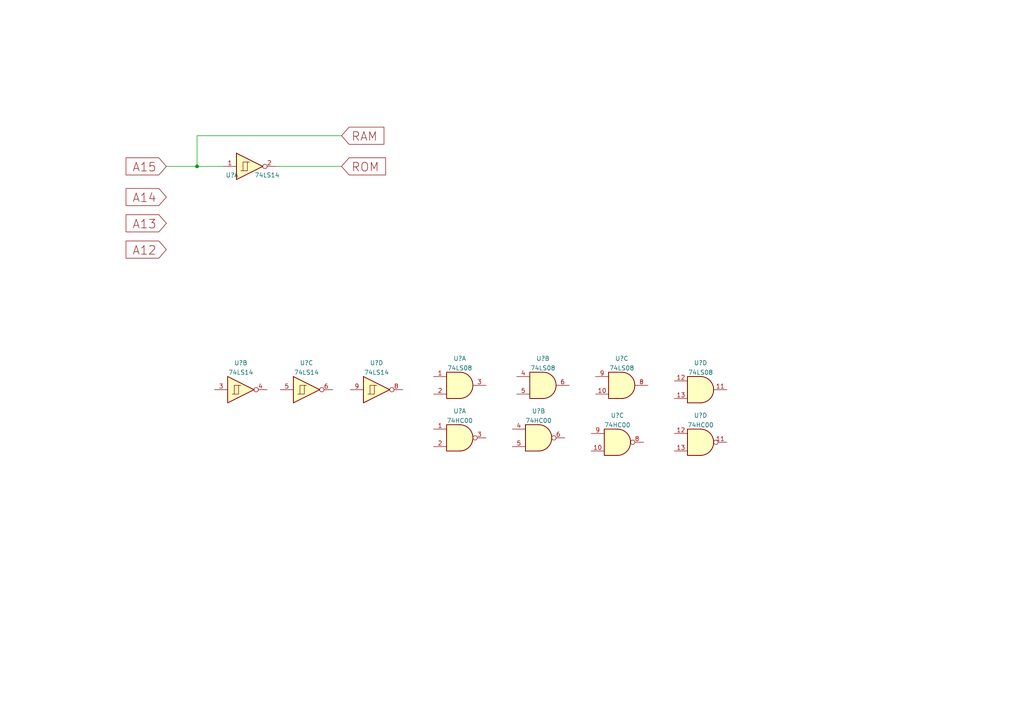
<source format=kicad_sch>
(kicad_sch (version 20211123) (generator eeschema)
  (paper "A4")
  (lib_symbols
    (symbol "74xx:74HC00" (pin_names (offset 1.016))
      (property "Reference" "U" (at 0 1.27 0))
      (property "Value" "74HC00" (at 0 -1.27 0))
      (symbol "74HC00_1_1"
        (arc (start 0 -3.81) (mid 3.81 0) (end 0 3.81) (stroke (width 0.254)) (fill (type background)))
        (polyline (pts (xy 0 3.81) (xy -3.81 3.81) (xy -3.81 -3.81) (xy 0 -3.81)) (stroke (width 0.254)) (fill (type background)))
        (pin input line (at -7.62 2.54 0) (length 3.81) (name "~") (number "1"))
        (pin input line (at -7.62 -2.54 0) (length 3.81) (name "~") (number "2"))
        (pin output inverted (at 7.62 0 180) (length 3.81) (name "~") (number "3"))
      )
      (symbol "74HC00_1_2"
        (arc (start -3.81 -3.81) (mid -2.589 0) (end -3.81 3.81) (stroke (width 0.254)))
        (arc (start -0.6096 -3.81) (mid 2.1855 -2.584) (end 3.81 0) (stroke (width 0.254)) (fill (type background)))
        (polyline (pts (xy -3.81 -3.81) (xy -0.635 -3.81)) (stroke (width 0.254)) (fill (type background)))
        (polyline (pts (xy -3.81 3.81) (xy -0.635 3.81)) (stroke (width 0.254)) (fill (type background)))
        (polyline (pts (xy -0.635 3.81) (xy -3.81 3.81) (xy -3.81 3.81) (xy -3.556 3.4036) (xy -3.0226 2.2606) (xy -2.6924 1.0414) (xy -2.6162 -0.254) (xy -2.7686 -1.4986) (xy -3.175 -2.7178) (xy -3.81 -3.81) (xy -3.81 -3.81) (xy -0.635 -3.81)) (stroke (width -25.4)) (fill (type background)))
        (arc (start 3.81 0) (mid 2.1928 2.5925) (end -0.6096 3.81) (stroke (width 0.254)) (fill (type background)))
        (pin input inverted (at -7.62 2.54 0) (length 4.318) (name "~") (number "1"))
        (pin input inverted (at -7.62 -2.54 0) (length 4.318) (name "~") (number "2"))
        (pin output line (at 7.62 0 180) (length 3.81) (name "~") (number "3"))
      )
      (symbol "74HC00_2_1"
        (arc (start 0 -3.81) (mid 3.81 0) (end 0 3.81) (stroke (width 0.254)) (fill (type background)))
        (polyline (pts (xy 0 3.81) (xy -3.81 3.81) (xy -3.81 -3.81) (xy 0 -3.81)) (stroke (width 0.254)) (fill (type background)))
        (pin input line (at -7.62 2.54 0) (length 3.81) (name "~") (number "4"))
        (pin input line (at -7.62 -2.54 0) (length 3.81) (name "~") (number "5"))
        (pin output inverted (at 7.62 0 180) (length 3.81) (name "~") (number "6"))
      )
      (symbol "74HC00_2_2"
        (arc (start -3.81 -3.81) (mid -2.589 0) (end -3.81 3.81) (stroke (width 0.254)))
        (arc (start -0.6096 -3.81) (mid 2.1855 -2.584) (end 3.81 0) (stroke (width 0.254)) (fill (type background)))
        (polyline (pts (xy -3.81 -3.81) (xy -0.635 -3.81)) (stroke (width 0.254)) (fill (type background)))
        (polyline (pts (xy -3.81 3.81) (xy -0.635 3.81)) (stroke (width 0.254)) (fill (type background)))
        (polyline (pts (xy -0.635 3.81) (xy -3.81 3.81) (xy -3.81 3.81) (xy -3.556 3.4036) (xy -3.0226 2.2606) (xy -2.6924 1.0414) (xy -2.6162 -0.254) (xy -2.7686 -1.4986) (xy -3.175 -2.7178) (xy -3.81 -3.81) (xy -3.81 -3.81) (xy -0.635 -3.81)) (stroke (width -25.4)) (fill (type background)))
        (arc (start 3.81 0) (mid 2.1928 2.5925) (end -0.6096 3.81) (stroke (width 0.254)) (fill (type background)))
        (pin input inverted (at -7.62 2.54 0) (length 4.318) (name "~") (number "4"))
        (pin input inverted (at -7.62 -2.54 0) (length 4.318) (name "~") (number "5"))
        (pin output line (at 7.62 0 180) (length 3.81) (name "~") (number "6"))
      )
      (symbol "74HC00_3_1"
        (arc (start 0 -3.81) (mid 3.81 0) (end 0 3.81) (stroke (width 0.254)) (fill (type background)))
        (polyline (pts (xy 0 3.81) (xy -3.81 3.81) (xy -3.81 -3.81) (xy 0 -3.81)) (stroke (width 0.254)) (fill (type background)))
        (pin input line (at -7.62 -2.54 0) (length 3.81) (name "~") (number "10"))
        (pin output inverted (at 7.62 0 180) (length 3.81) (name "~") (number "8"))
        (pin input line (at -7.62 2.54 0) (length 3.81) (name "~") (number "9"))
      )
      (symbol "74HC00_3_2"
        (arc (start -3.81 -3.81) (mid -2.589 0) (end -3.81 3.81) (stroke (width 0.254)))
        (arc (start -0.6096 -3.81) (mid 2.1855 -2.584) (end 3.81 0) (stroke (width 0.254)) (fill (type background)))
        (polyline (pts (xy -3.81 -3.81) (xy -0.635 -3.81)) (stroke (width 0.254)) (fill (type background)))
        (polyline (pts (xy -3.81 3.81) (xy -0.635 3.81)) (stroke (width 0.254)) (fill (type background)))
        (polyline (pts (xy -0.635 3.81) (xy -3.81 3.81) (xy -3.81 3.81) (xy -3.556 3.4036) (xy -3.0226 2.2606) (xy -2.6924 1.0414) (xy -2.6162 -0.254) (xy -2.7686 -1.4986) (xy -3.175 -2.7178) (xy -3.81 -3.81) (xy -3.81 -3.81) (xy -0.635 -3.81)) (stroke (width -25.4)) (fill (type background)))
        (arc (start 3.81 0) (mid 2.1928 2.5925) (end -0.6096 3.81) (stroke (width 0.254)) (fill (type background)))
        (pin input inverted (at -7.62 -2.54 0) (length 4.318) (name "~") (number "10"))
        (pin output line (at 7.62 0 180) (length 3.81) (name "~") (number "8"))
        (pin input inverted (at -7.62 2.54 0) (length 4.318) (name "~") (number "9"))
      )
      (symbol "74HC00_4_1"
        (arc (start 0 -3.81) (mid 3.81 0) (end 0 3.81) (stroke (width 0.254)) (fill (type background)))
        (polyline (pts (xy 0 3.81) (xy -3.81 3.81) (xy -3.81 -3.81) (xy 0 -3.81)) (stroke (width 0.254)) (fill (type background)))
        (pin output inverted (at 7.62 0 180) (length 3.81) (name "~") (number "11"))
        (pin input line (at -7.62 2.54 0) (length 3.81) (name "~") (number "12"))
        (pin input line (at -7.62 -2.54 0) (length 3.81) (name "~") (number "13"))
      )
      (symbol "74HC00_4_2"
        (arc (start -3.81 -3.81) (mid -2.589 0) (end -3.81 3.81) (stroke (width 0.254)))
        (arc (start -0.6096 -3.81) (mid 2.1855 -2.584) (end 3.81 0) (stroke (width 0.254)) (fill (type background)))
        (polyline (pts (xy -3.81 -3.81) (xy -0.635 -3.81)) (stroke (width 0.254)) (fill (type background)))
        (polyline (pts (xy -3.81 3.81) (xy -0.635 3.81)) (stroke (width 0.254)) (fill (type background)))
        (polyline (pts (xy -0.635 3.81) (xy -3.81 3.81) (xy -3.81 3.81) (xy -3.556 3.4036) (xy -3.0226 2.2606) (xy -2.6924 1.0414) (xy -2.6162 -0.254) (xy -2.7686 -1.4986) (xy -3.175 -2.7178) (xy -3.81 -3.81) (xy -3.81 -3.81) (xy -0.635 -3.81)) (stroke (width -25.4)) (fill (type background)))
        (arc (start 3.81 0) (mid 2.1928 2.5925) (end -0.6096 3.81) (stroke (width 0.254)) (fill (type background)))
        (pin output line (at 7.62 0 180) (length 3.81) (name "~") (number "11"))
        (pin input inverted (at -7.62 2.54 0) (length 4.318) (name "~") (number "12"))
        (pin input inverted (at -7.62 -2.54 0) (length 4.318) (name "~") (number "13"))
      )
      (symbol "74HC00_5_0"
        (pin power_in line (at 0 12.7 270) (length 5.08) (name "VCC") (number "14"))
        (pin power_in line (at 0 -12.7 90) (length 5.08) (name "GND") (number "7"))
      )
      (symbol "74HC00_5_1"
        (rectangle (start -5.08 7.62) (end 5.08 -7.62) (stroke (width 0.254)) (fill (type background)))
      )
    )
    (symbol "74xx:74LS08" (pin_names (offset 1.016))
      (property "Reference" "U" (at 0 1.27 0))
      (property "Value" "74LS08" (at 0 -1.27 0))
      (symbol "74LS08_1_1"
        (arc (start 0 -3.81) (mid 3.81 0) (end 0 3.81) (stroke (width 0.254)) (fill (type background)))
        (polyline (pts (xy 0 3.81) (xy -3.81 3.81) (xy -3.81 -3.81) (xy 0 -3.81)) (stroke (width 0.254)) (fill (type background)))
        (pin input line (at -7.62 2.54 0) (length 3.81) (name "~") (number "1"))
        (pin input line (at -7.62 -2.54 0) (length 3.81) (name "~") (number "2"))
        (pin output line (at 7.62 0 180) (length 3.81) (name "~") (number "3"))
      )
      (symbol "74LS08_1_2"
        (arc (start -3.81 -3.81) (mid -2.589 0) (end -3.81 3.81) (stroke (width 0.254)))
        (arc (start -0.6096 -3.81) (mid 2.1855 -2.584) (end 3.81 0) (stroke (width 0.254)) (fill (type background)))
        (polyline (pts (xy -3.81 -3.81) (xy -0.635 -3.81)) (stroke (width 0.254)) (fill (type background)))
        (polyline (pts (xy -3.81 3.81) (xy -0.635 3.81)) (stroke (width 0.254)) (fill (type background)))
        (polyline (pts (xy -0.635 3.81) (xy -3.81 3.81) (xy -3.81 3.81) (xy -3.556 3.4036) (xy -3.0226 2.2606) (xy -2.6924 1.0414) (xy -2.6162 -0.254) (xy -2.7686 -1.4986) (xy -3.175 -2.7178) (xy -3.81 -3.81) (xy -3.81 -3.81) (xy -0.635 -3.81)) (stroke (width -25.4)) (fill (type background)))
        (arc (start 3.81 0) (mid 2.1928 2.5925) (end -0.6096 3.81) (stroke (width 0.254)) (fill (type background)))
        (pin input inverted (at -7.62 2.54 0) (length 4.318) (name "~") (number "1"))
        (pin input inverted (at -7.62 -2.54 0) (length 4.318) (name "~") (number "2"))
        (pin output inverted (at 7.62 0 180) (length 3.81) (name "~") (number "3"))
      )
      (symbol "74LS08_2_1"
        (arc (start 0 -3.81) (mid 3.81 0) (end 0 3.81) (stroke (width 0.254)) (fill (type background)))
        (polyline (pts (xy 0 3.81) (xy -3.81 3.81) (xy -3.81 -3.81) (xy 0 -3.81)) (stroke (width 0.254)) (fill (type background)))
        (pin input line (at -7.62 2.54 0) (length 3.81) (name "~") (number "4"))
        (pin input line (at -7.62 -2.54 0) (length 3.81) (name "~") (number "5"))
        (pin output line (at 7.62 0 180) (length 3.81) (name "~") (number "6"))
      )
      (symbol "74LS08_2_2"
        (arc (start -3.81 -3.81) (mid -2.589 0) (end -3.81 3.81) (stroke (width 0.254)))
        (arc (start -0.6096 -3.81) (mid 2.1855 -2.584) (end 3.81 0) (stroke (width 0.254)) (fill (type background)))
        (polyline (pts (xy -3.81 -3.81) (xy -0.635 -3.81)) (stroke (width 0.254)) (fill (type background)))
        (polyline (pts (xy -3.81 3.81) (xy -0.635 3.81)) (stroke (width 0.254)) (fill (type background)))
        (polyline (pts (xy -0.635 3.81) (xy -3.81 3.81) (xy -3.81 3.81) (xy -3.556 3.4036) (xy -3.0226 2.2606) (xy -2.6924 1.0414) (xy -2.6162 -0.254) (xy -2.7686 -1.4986) (xy -3.175 -2.7178) (xy -3.81 -3.81) (xy -3.81 -3.81) (xy -0.635 -3.81)) (stroke (width -25.4)) (fill (type background)))
        (arc (start 3.81 0) (mid 2.1928 2.5925) (end -0.6096 3.81) (stroke (width 0.254)) (fill (type background)))
        (pin input inverted (at -7.62 2.54 0) (length 4.318) (name "~") (number "4"))
        (pin input inverted (at -7.62 -2.54 0) (length 4.318) (name "~") (number "5"))
        (pin output inverted (at 7.62 0 180) (length 3.81) (name "~") (number "6"))
      )
      (symbol "74LS08_3_1"
        (arc (start 0 -3.81) (mid 3.81 0) (end 0 3.81) (stroke (width 0.254)) (fill (type background)))
        (polyline (pts (xy 0 3.81) (xy -3.81 3.81) (xy -3.81 -3.81) (xy 0 -3.81)) (stroke (width 0.254)) (fill (type background)))
        (pin input line (at -7.62 -2.54 0) (length 3.81) (name "~") (number "10"))
        (pin output line (at 7.62 0 180) (length 3.81) (name "~") (number "8"))
        (pin input line (at -7.62 2.54 0) (length 3.81) (name "~") (number "9"))
      )
      (symbol "74LS08_3_2"
        (arc (start -3.81 -3.81) (mid -2.589 0) (end -3.81 3.81) (stroke (width 0.254)))
        (arc (start -0.6096 -3.81) (mid 2.1855 -2.584) (end 3.81 0) (stroke (width 0.254)) (fill (type background)))
        (polyline (pts (xy -3.81 -3.81) (xy -0.635 -3.81)) (stroke (width 0.254)) (fill (type background)))
        (polyline (pts (xy -3.81 3.81) (xy -0.635 3.81)) (stroke (width 0.254)) (fill (type background)))
        (polyline (pts (xy -0.635 3.81) (xy -3.81 3.81) (xy -3.81 3.81) (xy -3.556 3.4036) (xy -3.0226 2.2606) (xy -2.6924 1.0414) (xy -2.6162 -0.254) (xy -2.7686 -1.4986) (xy -3.175 -2.7178) (xy -3.81 -3.81) (xy -3.81 -3.81) (xy -0.635 -3.81)) (stroke (width -25.4)) (fill (type background)))
        (arc (start 3.81 0) (mid 2.1928 2.5925) (end -0.6096 3.81) (stroke (width 0.254)) (fill (type background)))
        (pin input inverted (at -7.62 -2.54 0) (length 4.318) (name "~") (number "10"))
        (pin output inverted (at 7.62 0 180) (length 3.81) (name "~") (number "8"))
        (pin input inverted (at -7.62 2.54 0) (length 4.318) (name "~") (number "9"))
      )
      (symbol "74LS08_4_1"
        (arc (start 0 -3.81) (mid 3.81 0) (end 0 3.81) (stroke (width 0.254)) (fill (type background)))
        (polyline (pts (xy 0 3.81) (xy -3.81 3.81) (xy -3.81 -3.81) (xy 0 -3.81)) (stroke (width 0.254)) (fill (type background)))
        (pin output line (at 7.62 0 180) (length 3.81) (name "~") (number "11"))
        (pin input line (at -7.62 2.54 0) (length 3.81) (name "~") (number "12"))
        (pin input line (at -7.62 -2.54 0) (length 3.81) (name "~") (number "13"))
      )
      (symbol "74LS08_4_2"
        (arc (start -3.81 -3.81) (mid -2.589 0) (end -3.81 3.81) (stroke (width 0.254)))
        (arc (start -0.6096 -3.81) (mid 2.1855 -2.584) (end 3.81 0) (stroke (width 0.254)) (fill (type background)))
        (polyline (pts (xy -3.81 -3.81) (xy -0.635 -3.81)) (stroke (width 0.254)) (fill (type background)))
        (polyline (pts (xy -3.81 3.81) (xy -0.635 3.81)) (stroke (width 0.254)) (fill (type background)))
        (polyline (pts (xy -0.635 3.81) (xy -3.81 3.81) (xy -3.81 3.81) (xy -3.556 3.4036) (xy -3.0226 2.2606) (xy -2.6924 1.0414) (xy -2.6162 -0.254) (xy -2.7686 -1.4986) (xy -3.175 -2.7178) (xy -3.81 -3.81) (xy -3.81 -3.81) (xy -0.635 -3.81)) (stroke (width -25.4)) (fill (type background)))
        (arc (start 3.81 0) (mid 2.1928 2.5925) (end -0.6096 3.81) (stroke (width 0.254)) (fill (type background)))
        (pin output inverted (at 7.62 0 180) (length 3.81) (name "~") (number "11"))
        (pin input inverted (at -7.62 2.54 0) (length 4.318) (name "~") (number "12"))
        (pin input inverted (at -7.62 -2.54 0) (length 4.318) (name "~") (number "13"))
      )
      (symbol "74LS08_5_0"
        (pin power_in line (at 0 12.7 270) (length 5.08) (name "VCC") (number "14"))
        (pin power_in line (at 0 -12.7 90) (length 5.08) (name "GND") (number "7"))
      )
      (symbol "74LS08_5_1"
        (rectangle (start -5.08 7.62) (end 5.08 -7.62) (stroke (width 0.254)) (fill (type background)))
      )
    )
    (symbol "74xx:74LS14" (pin_names (offset 1.016))
      (property "Reference" "U" (at 0 1.27 0))
      (property "Value" "74LS14" (at 0 -1.27 0))
      (symbol "74LS14_1_0"
        (polyline (pts (xy -3.81 3.81) (xy -3.81 -3.81) (xy 3.81 0) (xy -3.81 3.81)) (stroke (width 0.254)) (fill (type background)))
        (pin input line (at -7.62 0 0) (length 3.81) (name "~") (number "1"))
        (pin output inverted (at 7.62 0 180) (length 3.81) (name "~") (number "2"))
      )
      (symbol "74LS14_1_1"
        (polyline (pts (xy -1.905 -1.27) (xy -1.905 1.27) (xy -0.635 1.27)))
        (polyline (pts (xy -2.54 -1.27) (xy -0.635 -1.27) (xy -0.635 1.27) (xy 0 1.27)))
      )
      (symbol "74LS14_2_0"
        (polyline (pts (xy -3.81 3.81) (xy -3.81 -3.81) (xy 3.81 0) (xy -3.81 3.81)) (stroke (width 0.254)) (fill (type background)))
        (pin input line (at -7.62 0 0) (length 3.81) (name "~") (number "3"))
        (pin output inverted (at 7.62 0 180) (length 3.81) (name "~") (number "4"))
      )
      (symbol "74LS14_2_1"
        (polyline (pts (xy -1.905 -1.27) (xy -1.905 1.27) (xy -0.635 1.27)))
        (polyline (pts (xy -2.54 -1.27) (xy -0.635 -1.27) (xy -0.635 1.27) (xy 0 1.27)))
      )
      (symbol "74LS14_3_0"
        (polyline (pts (xy -3.81 3.81) (xy -3.81 -3.81) (xy 3.81 0) (xy -3.81 3.81)) (stroke (width 0.254)) (fill (type background)))
        (pin input line (at -7.62 0 0) (length 3.81) (name "~") (number "5"))
        (pin output inverted (at 7.62 0 180) (length 3.81) (name "~") (number "6"))
      )
      (symbol "74LS14_3_1"
        (polyline (pts (xy -1.905 -1.27) (xy -1.905 1.27) (xy -0.635 1.27)))
        (polyline (pts (xy -2.54 -1.27) (xy -0.635 -1.27) (xy -0.635 1.27) (xy 0 1.27)))
      )
      (symbol "74LS14_4_0"
        (polyline (pts (xy -3.81 3.81) (xy -3.81 -3.81) (xy 3.81 0) (xy -3.81 3.81)) (stroke (width 0.254)) (fill (type background)))
        (pin output inverted (at 7.62 0 180) (length 3.81) (name "~") (number "8"))
        (pin input line (at -7.62 0 0) (length 3.81) (name "~") (number "9"))
      )
      (symbol "74LS14_4_1"
        (polyline (pts (xy -1.905 -1.27) (xy -1.905 1.27) (xy -0.635 1.27)))
        (polyline (pts (xy -2.54 -1.27) (xy -0.635 -1.27) (xy -0.635 1.27) (xy 0 1.27)))
      )
      (symbol "74LS14_5_0"
        (polyline (pts (xy -3.81 3.81) (xy -3.81 -3.81) (xy 3.81 0) (xy -3.81 3.81)) (stroke (width 0.254)) (fill (type background)))
        (pin output inverted (at 7.62 0 180) (length 3.81) (name "~") (number "10"))
        (pin input line (at -7.62 0 0) (length 3.81) (name "~") (number "11"))
      )
      (symbol "74LS14_5_1"
        (polyline (pts (xy -1.905 -1.27) (xy -1.905 1.27) (xy -0.635 1.27)))
        (polyline (pts (xy -2.54 -1.27) (xy -0.635 -1.27) (xy -0.635 1.27) (xy 0 1.27)))
      )
      (symbol "74LS14_6_0"
        (polyline (pts (xy -3.81 3.81) (xy -3.81 -3.81) (xy 3.81 0) (xy -3.81 3.81)) (stroke (width 0.254)) (fill (type background)))
        (pin output inverted (at 7.62 0 180) (length 3.81) (name "~") (number "12"))
        (pin input line (at -7.62 0 0) (length 3.81) (name "~") (number "13"))
      )
      (symbol "74LS14_6_1"
        (polyline (pts (xy -1.905 -1.27) (xy -1.905 1.27) (xy -0.635 1.27)))
        (polyline (pts (xy -2.54 -1.27) (xy -0.635 -1.27) (xy -0.635 1.27) (xy 0 1.27)))
      )
      (symbol "74LS14_7_0"
        (pin power_in line (at 0 12.7 270) (length 5.08) (name "VCC") (number "14"))
        (pin power_in line (at 0 -12.7 90) (length 5.08) (name "GND") (number "7"))
      )
      (symbol "74LS14_7_1"
        (rectangle (start -5.08 7.62) (end 5.08 -7.62) (stroke (width 0.254)) (fill (type background)))
      )
    )
  )
  (junction (at 57.15 48.26))
  (wire (pts (xy 57.15 48.26) (xy 64.77 48.26)))
  (wire (pts (xy 80.01 48.26) (xy 99.06 48.26)))
  (wire (pts (xy 48.26 48.26) (xy 57.15 48.26)))
  (wire (pts (xy 99.06 39.37) (xy 57.15 39.37)))
  (wire (pts (xy 57.15 39.37) (xy 57.15 48.26)))
  (global_label "ROM" (shape input) (at 99.06 48.26 0) (effects (font (size 2.5 2.5))) (property "Intersheet References" "${INTERSHEET_REFS}" (effects hide)))
  (global_label "A13" (shape input) (at 48.26 64.77 180) (effects (font (size 2.5 2.5))) (property "Intersheet References" "${INTERSHEET_REFS}" (effects hide)))
  (global_label "A14" (shape input) (at 48.26 57.15 180) (effects (font (size 2.5 2.5))) (property "Intersheet References" "${INTERSHEET_REFS}" (effects hide)))
  (global_label "RAM" (shape input) (at 99.06 39.37 0) (effects (font (size 2.5 2.5))) (property "Intersheet References" "${INTERSHEET_REFS}" (effects hide)))
  (global_label "A12" (shape input) (at 48.26 72.39 180) (effects (font (size 2.5 2.5))) (property "Intersheet References" "${INTERSHEET_REFS}" (effects hide)))
  (global_label "A15" (shape input) (at 48.26 48.26 180) (effects (font (size 2.5 2.5))) (property "Intersheet References" "${INTERSHEET_REFS}" (effects hide)))
  (symbol (lib_id "74xx:74HC00") (at 133.35 127 0) (unit 1)
    (property "Reference" "U?" (at 133.35 119.2235 0))
    (property "Value" "74HC00" (at 133.35 121.9986 0))
    (property "Datasheet" "http://www.ti.com/lit/gpn/sn74hc00" (effects hide))
  )
  (symbol (lib_id "74xx:74LS14") (at 109.22 113.03 0) (unit 4)
    (property "Reference" "U?" (at 109.22 105.2535 0))
    (property "Value" "74LS14" (at 109.22 108.0286 0))
    (property "Datasheet" "http://www.ti.com/lit/gpn/sn74LS14" (effects hide))
  )
  (symbol (lib_id "74xx:74LS14") (at 88.9 113.03 0) (unit 3)
    (property "Reference" "U?" (at 88.9 105.2535 0))
    (property "Value" "74LS14" (at 88.9 108.0286 0))
    (property "Datasheet" "http://www.ti.com/lit/gpn/sn74LS14" (effects hide))
  )
  (symbol (lib_id "74xx:74LS08") (at 180.34 111.76 0) (unit 3)
    (property "Reference" "U?" (at 180.34 103.9835 0))
    (property "Value" "74LS08" (at 180.34 106.7586 0))
    (property "Datasheet" "http://www.ti.com/lit/gpn/sn74LS08" (effects hide))
  )
  (symbol (lib_id "74xx:74HC00") (at 179.07 128.27 0) (unit 3)
    (property "Reference" "U?" (at 179.07 120.4935 0))
    (property "Value" "74HC00" (at 179.07 123.2686 0))
    (property "Datasheet" "http://www.ti.com/lit/gpn/sn74hc00" (effects hide))
  )
  (symbol (lib_id "74xx:74HC00") (at 156.21 127 0) (unit 2)
    (property "Reference" "U?" (at 156.21 119.2235 0))
    (property "Value" "74HC00" (at 156.21 121.9986 0))
    (property "Datasheet" "http://www.ti.com/lit/gpn/sn74hc00" (effects hide))
  )
  (symbol (lib_id "74xx:74LS14") (at 72.39 48.26 0) (unit 1)
    (property "Reference" "U?" (at 67.31 50.8 0))
    (property "Value" "74LS14" (at 77.47 50.8 0))
    (property "Datasheet" "http://www.ti.com/lit/gpn/sn74LS14" (effects hide))
  )
  (symbol (lib_id "74xx:74LS08") (at 157.48 111.76 0) (unit 2)
    (property "Reference" "U?" (at 157.48 103.9835 0))
    (property "Value" "74LS08" (at 157.48 106.7586 0))
    (property "Datasheet" "http://www.ti.com/lit/gpn/sn74LS08" (effects hide))
  )
  (symbol (lib_id "74xx:74LS08") (at 133.35 111.76 0) (unit 1)
    (property "Reference" "U?" (at 133.35 103.9835 0))
    (property "Value" "74LS08" (at 133.35 106.7586 0))
    (property "Datasheet" "http://www.ti.com/lit/gpn/sn74LS08" (effects hide))
  )
  (symbol (lib_id "74xx:74HC00") (at 203.2 128.27 0) (unit 4)
    (property "Reference" "U?" (at 203.2 120.4935 0))
    (property "Value" "74HC00" (at 203.2 123.2686 0))
    (property "Datasheet" "http://www.ti.com/lit/gpn/sn74hc00" (effects hide))
  )
  (symbol (lib_id "74xx:74LS14") (at 69.85 113.03 0) (unit 2)
    (property "Reference" "U?" (at 69.85 105.2535 0))
    (property "Value" "74LS14" (at 69.85 108.0286 0))
    (property "Datasheet" "http://www.ti.com/lit/gpn/sn74LS14" (effects hide))
  )
  (symbol (lib_id "74xx:74LS08") (at 203.2 113.03 0) (unit 4)
    (property "Reference" "U?" (at 203.2 105.2535 0))
    (property "Value" "74LS08" (at 203.2 108.0286 0))
    (property "Datasheet" "http://www.ti.com/lit/gpn/sn74LS08" (effects hide))
  )
)
</source>
